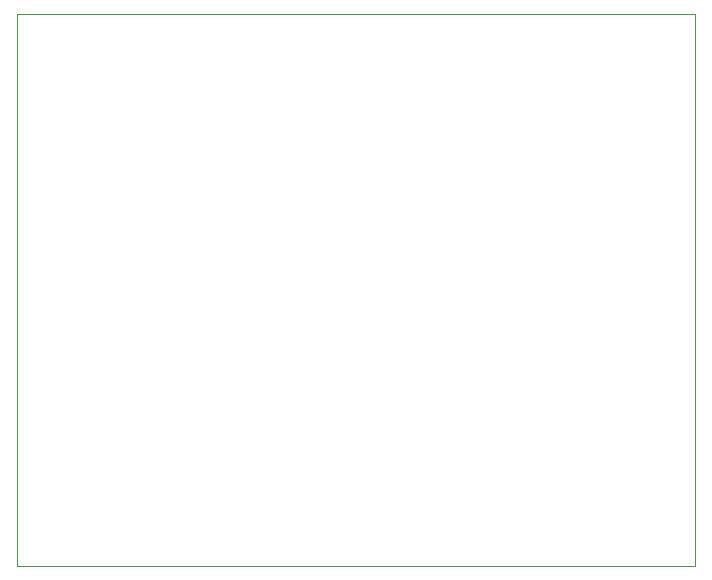
<source format=gbr>
%TF.GenerationSoftware,KiCad,Pcbnew,(5.1.10-1-10_14)*%
%TF.CreationDate,2021-10-20T14:53:20-04:00*%
%TF.ProjectId,DIODE-prototype-board,44494f44-452d-4707-926f-746f74797065,rev?*%
%TF.SameCoordinates,Original*%
%TF.FileFunction,Profile,NP*%
%FSLAX46Y46*%
G04 Gerber Fmt 4.6, Leading zero omitted, Abs format (unit mm)*
G04 Created by KiCad (PCBNEW (5.1.10-1-10_14)) date 2021-10-20 14:53:20*
%MOMM*%
%LPD*%
G01*
G04 APERTURE LIST*
%TA.AperFunction,Profile*%
%ADD10C,0.050000*%
%TD*%
G04 APERTURE END LIST*
D10*
X64770000Y-125476000D02*
X91948000Y-125476000D01*
X64770000Y-172212000D02*
X64770000Y-125476000D01*
X122174000Y-172212000D02*
X64770000Y-172212000D01*
X122174000Y-125476000D02*
X122174000Y-172212000D01*
X91948000Y-125476000D02*
X122174000Y-125476000D01*
M02*

</source>
